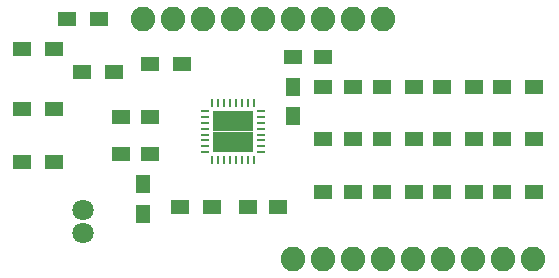
<source format=gts>
G04 #@! TF.FileFunction,Soldermask,Top*
%FSLAX46Y46*%
G04 Gerber Fmt 4.6, Leading zero omitted, Abs format (unit mm)*
G04 Created by KiCad (PCBNEW 4.0.6) date Thursday, January 11, 2018 'PMt' 08:13:23 PM*
%MOMM*%
%LPD*%
G01*
G04 APERTURE LIST*
%ADD10C,0.100000*%
%ADD11R,1.500000X1.250000*%
%ADD12R,1.250000X1.500000*%
%ADD13R,1.500000X1.300000*%
%ADD14C,1.800860*%
%ADD15C,2.082800*%
%ADD16R,0.700000X0.250000*%
%ADD17R,0.250000X0.700000*%
%ADD18R,1.725000X1.725000*%
G04 APERTURE END LIST*
D10*
D11*
X170795000Y-103505000D03*
X168295000Y-103505000D03*
X170795000Y-99060000D03*
X168295000Y-99060000D03*
X170795000Y-94615000D03*
X168295000Y-94615000D03*
X153650000Y-97155000D03*
X151150000Y-97155000D03*
X153650000Y-100330000D03*
X151150000Y-100330000D03*
D12*
X153035000Y-105390000D03*
X153035000Y-102890000D03*
D11*
X165755000Y-92075000D03*
X168255000Y-92075000D03*
D12*
X165735000Y-94635000D03*
X165735000Y-97135000D03*
D11*
X161945000Y-104775000D03*
X164445000Y-104775000D03*
D13*
X186135000Y-103505000D03*
X183435000Y-103505000D03*
X186135000Y-94615000D03*
X183435000Y-94615000D03*
X186135000Y-99060000D03*
X183435000Y-99060000D03*
D14*
X147955000Y-107043220D03*
X147955000Y-105046780D03*
D15*
X186055000Y-109220000D03*
X183515000Y-109220000D03*
X180975000Y-109220000D03*
X178435000Y-109220000D03*
X175895000Y-109220000D03*
X173355000Y-109220000D03*
X170815000Y-109220000D03*
X168275000Y-109220000D03*
X165735000Y-109220000D03*
X153035000Y-88900000D03*
X155575000Y-88900000D03*
X158115000Y-88900000D03*
X160655000Y-88900000D03*
X163195000Y-88900000D03*
X165735000Y-88900000D03*
X168275000Y-88900000D03*
X170815000Y-88900000D03*
X173355000Y-88900000D03*
D13*
X156130000Y-104775000D03*
X158830000Y-104775000D03*
X145495000Y-100965000D03*
X142795000Y-100965000D03*
X175975000Y-103505000D03*
X173275000Y-103505000D03*
X175975000Y-99060000D03*
X173275000Y-99060000D03*
X175975000Y-94615000D03*
X173275000Y-94615000D03*
X145495000Y-96520000D03*
X142795000Y-96520000D03*
X156290000Y-92710000D03*
X153590000Y-92710000D03*
X181055000Y-103505000D03*
X178355000Y-103505000D03*
X181055000Y-94615000D03*
X178355000Y-94615000D03*
X181055000Y-99060000D03*
X178355000Y-99060000D03*
X149305000Y-88900000D03*
X146605000Y-88900000D03*
X150575000Y-93345000D03*
X147875000Y-93345000D03*
X145495000Y-91440000D03*
X142795000Y-91440000D03*
D16*
X158255000Y-96675000D03*
X158255000Y-97175000D03*
X158255000Y-97675000D03*
X158255000Y-98175000D03*
X158255000Y-98675000D03*
X158255000Y-99175000D03*
X158255000Y-99675000D03*
X158255000Y-100175000D03*
D17*
X158905000Y-100825000D03*
X159405000Y-100825000D03*
X159905000Y-100825000D03*
X160405000Y-100825000D03*
X160905000Y-100825000D03*
X161405000Y-100825000D03*
X161905000Y-100825000D03*
X162405000Y-100825000D03*
D16*
X163055000Y-100175000D03*
X163055000Y-99675000D03*
X163055000Y-99175000D03*
X163055000Y-98675000D03*
X163055000Y-98175000D03*
X163055000Y-97675000D03*
X163055000Y-97175000D03*
X163055000Y-96675000D03*
D17*
X162405000Y-96025000D03*
X161905000Y-96025000D03*
X161405000Y-96025000D03*
X160905000Y-96025000D03*
X160405000Y-96025000D03*
X159905000Y-96025000D03*
X159405000Y-96025000D03*
X158905000Y-96025000D03*
D18*
X161517500Y-99287500D03*
X161517500Y-97562500D03*
X159792500Y-99287500D03*
X159792500Y-97562500D03*
M02*

</source>
